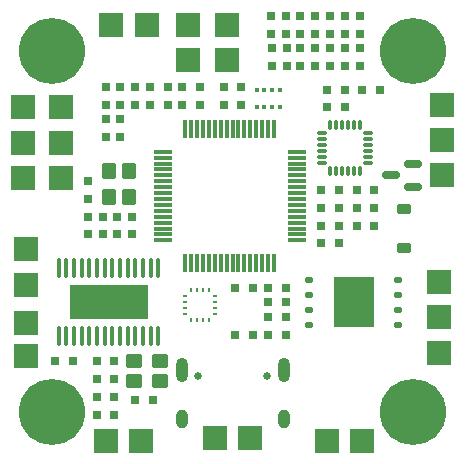
<source format=gbr>
%TF.GenerationSoftware,KiCad,Pcbnew,9.0.7*%
%TF.CreationDate,2026-01-24T01:10:01+08:00*%
%TF.ProjectId,zero star-rounded,7a65726f-2073-4746-9172-2d726f756e64,rev?*%
%TF.SameCoordinates,Original*%
%TF.FileFunction,Soldermask,Top*%
%TF.FilePolarity,Negative*%
%FSLAX46Y46*%
G04 Gerber Fmt 4.6, Leading zero omitted, Abs format (unit mm)*
G04 Created by KiCad (PCBNEW 9.0.7) date 2026-01-24 01:10:01*
%MOMM*%
%LPD*%
G01*
G04 APERTURE LIST*
G04 Aperture macros list*
%AMRoundRect*
0 Rectangle with rounded corners*
0 $1 Rounding radius*
0 $2 $3 $4 $5 $6 $7 $8 $9 X,Y pos of 4 corners*
0 Add a 4 corners polygon primitive as box body*
4,1,4,$2,$3,$4,$5,$6,$7,$8,$9,$2,$3,0*
0 Add four circle primitives for the rounded corners*
1,1,$1+$1,$2,$3*
1,1,$1+$1,$4,$5*
1,1,$1+$1,$6,$7*
1,1,$1+$1,$8,$9*
0 Add four rect primitives between the rounded corners*
20,1,$1+$1,$2,$3,$4,$5,0*
20,1,$1+$1,$4,$5,$6,$7,0*
20,1,$1+$1,$6,$7,$8,$9,0*
20,1,$1+$1,$8,$9,$2,$3,0*%
G04 Aperture macros list end*
%ADD10R,0.800000X0.800000*%
%ADD11R,2.000000X2.000000*%
%ADD12C,5.600000*%
%ADD13R,0.250000X0.450000*%
%ADD14R,0.450000X0.250000*%
%ADD15RoundRect,0.075000X-0.700000X-0.075000X0.700000X-0.075000X0.700000X0.075000X-0.700000X0.075000X0*%
%ADD16RoundRect,0.075000X-0.075000X-0.700000X0.075000X-0.700000X0.075000X0.700000X-0.075000X0.700000X0*%
%ADD17RoundRect,0.125000X-0.200000X-0.125000X0.200000X-0.125000X0.200000X0.125000X-0.200000X0.125000X0*%
%ADD18R,3.400000X4.300000*%
%ADD19RoundRect,0.075000X-0.350000X-0.075000X0.350000X-0.075000X0.350000X0.075000X-0.350000X0.075000X0*%
%ADD20RoundRect,0.075000X0.075000X-0.350000X0.075000X0.350000X-0.075000X0.350000X-0.075000X-0.350000X0*%
%ADD21RoundRect,0.250000X0.350000X-0.450000X0.350000X0.450000X-0.350000X0.450000X-0.350000X-0.450000X0*%
%ADD22RoundRect,0.150000X0.587500X0.150000X-0.587500X0.150000X-0.587500X-0.150000X0.587500X-0.150000X0*%
%ADD23R,0.450000X0.450000*%
%ADD24RoundRect,0.225000X0.375000X-0.225000X0.375000X0.225000X-0.375000X0.225000X-0.375000X-0.225000X0*%
%ADD25O,0.340000X1.730000*%
%ADD26R,6.700000X2.900000*%
%ADD27RoundRect,0.250000X-0.450000X-0.350000X0.450000X-0.350000X0.450000X0.350000X-0.450000X0.350000X0*%
%ADD28C,0.650000*%
%ADD29O,1.000000X1.600000*%
%ADD30O,1.000000X2.100000*%
%ADD31C,0.800000*%
G04 APERTURE END LIST*
D10*
%TO.C,C2*%
X199500000Y-88000000D03*
X201000000Y-88000000D03*
%TD*%
%TO.C,R1*%
X185000000Y-76250000D03*
X186500000Y-76250000D03*
%TD*%
%TO.C,C44*%
X182500000Y-74750000D03*
X182500000Y-76250000D03*
%TD*%
D11*
%TO.C,J32*%
X209750000Y-79250000D03*
%TD*%
%TO.C,J25*%
X174250000Y-82500000D03*
%TD*%
D10*
%TO.C,C10*%
X183500000Y-85750000D03*
X183500000Y-87250000D03*
%TD*%
%TO.C,D1*%
X202750000Y-70250000D03*
X202750000Y-68750000D03*
%TD*%
D11*
%TO.C,J10*%
X174500000Y-97500000D03*
%TD*%
D12*
%TO.C,REF\u002A\u002A*%
X176750000Y-102250000D03*
%TD*%
D10*
%TO.C,R24*%
X181250000Y-79000000D03*
X181250000Y-77500000D03*
%TD*%
D11*
%TO.C,J7*%
X188250000Y-72500000D03*
%TD*%
%TO.C,J13*%
X174500000Y-91500000D03*
%TD*%
D10*
%TO.C,C36*%
X183750000Y-101250000D03*
X185250000Y-101250000D03*
%TD*%
D11*
%TO.C,J21*%
X181750000Y-69500000D03*
%TD*%
D10*
%TO.C,C41*%
X179750000Y-84250000D03*
X179750000Y-82750000D03*
%TD*%
%TO.C,C8*%
X185000000Y-74750000D03*
X186500000Y-74750000D03*
%TD*%
%TO.C,C42*%
X180500000Y-101000000D03*
X182000000Y-101000000D03*
%TD*%
%TO.C,D8*%
X201500000Y-68750000D03*
X201500000Y-70250000D03*
%TD*%
D13*
%TO.C,U7*%
X190010000Y-91990000D03*
X189510000Y-91990000D03*
X189010000Y-91990000D03*
X188510000Y-91990000D03*
D14*
X188000000Y-92500000D03*
X188000000Y-93000000D03*
X188000000Y-93500000D03*
X188000000Y-94000000D03*
D13*
X188510000Y-94510000D03*
X189010000Y-94510000D03*
X189510000Y-94510000D03*
X190010000Y-94510000D03*
D14*
X190520000Y-94000000D03*
X190520000Y-93500000D03*
X190520000Y-93000000D03*
X190520000Y-92500000D03*
%TD*%
D10*
%TO.C,R29*%
X197750000Y-71500000D03*
X197750000Y-73000000D03*
%TD*%
%TO.C,R23*%
X202500000Y-86500000D03*
X204000000Y-86500000D03*
%TD*%
%TO.C,C28*%
X191250000Y-74750000D03*
X192750000Y-74750000D03*
%TD*%
D15*
%TO.C,U1*%
X186075000Y-80250000D03*
X186075000Y-80750000D03*
X186075000Y-81250000D03*
X186075000Y-81750000D03*
X186075000Y-82250000D03*
X186075000Y-82750000D03*
X186075000Y-83250000D03*
X186075000Y-83750000D03*
X186075000Y-84250000D03*
X186075000Y-84750000D03*
X186075000Y-85250000D03*
X186075000Y-85750000D03*
X186075000Y-86250000D03*
X186075000Y-86750000D03*
X186075000Y-87250000D03*
X186075000Y-87750000D03*
D16*
X188000000Y-89675000D03*
X188500000Y-89675000D03*
X189000000Y-89675000D03*
X189500000Y-89675000D03*
X190000000Y-89675000D03*
X190500000Y-89675000D03*
X191000000Y-89675000D03*
X191500000Y-89675000D03*
X192000000Y-89675000D03*
X192500000Y-89675000D03*
X193000000Y-89675000D03*
X193500000Y-89675000D03*
X194000000Y-89675000D03*
X194500000Y-89675000D03*
X195000000Y-89675000D03*
X195500000Y-89675000D03*
D15*
X197425000Y-87750000D03*
X197425000Y-87250000D03*
X197425000Y-86750000D03*
X197425000Y-86250000D03*
X197425000Y-85750000D03*
X197425000Y-85250000D03*
X197425000Y-84750000D03*
X197425000Y-84250000D03*
X197425000Y-83750000D03*
X197425000Y-83250000D03*
X197425000Y-82750000D03*
X197425000Y-82250000D03*
X197425000Y-81750000D03*
X197425000Y-81250000D03*
X197425000Y-80750000D03*
X197425000Y-80250000D03*
D16*
X195500000Y-78325000D03*
X195000000Y-78325000D03*
X194500000Y-78325000D03*
X194000000Y-78325000D03*
X193500000Y-78325000D03*
X193000000Y-78325000D03*
X192500000Y-78325000D03*
X192000000Y-78325000D03*
X191500000Y-78325000D03*
X191000000Y-78325000D03*
X190500000Y-78325000D03*
X190000000Y-78325000D03*
X189500000Y-78325000D03*
X189000000Y-78325000D03*
X188500000Y-78325000D03*
X188000000Y-78325000D03*
%TD*%
D11*
%TO.C,J26*%
X174250000Y-79500000D03*
%TD*%
D12*
%TO.C,REF\u002A\u002A*%
X176750000Y-71750000D03*
%TD*%
D10*
%TO.C,C24*%
X202503623Y-83464862D03*
X204003623Y-83464862D03*
%TD*%
D11*
%TO.C,J12*%
X174500000Y-88500000D03*
%TD*%
%TO.C,J8*%
X191500000Y-72500000D03*
%TD*%
%TO.C,J11*%
X188250000Y-69500000D03*
%TD*%
D10*
%TO.C,D5*%
X196500000Y-68750000D03*
X196500000Y-70250000D03*
%TD*%
%TO.C,C31*%
X196500000Y-93000000D03*
X195000000Y-93000000D03*
%TD*%
%TO.C,C37*%
X180500000Y-102500000D03*
X182000000Y-102500000D03*
%TD*%
%TO.C,C19*%
X192250000Y-95750000D03*
X193750000Y-95750000D03*
%TD*%
D17*
%TO.C,U8*%
X198500000Y-91095000D03*
X198500000Y-92365000D03*
X198500000Y-93635000D03*
X198500000Y-94905000D03*
X206000000Y-94905000D03*
X206000000Y-93635000D03*
X206000000Y-92365000D03*
X206000000Y-91095000D03*
D18*
X202250000Y-93000000D03*
%TD*%
D10*
%TO.C,C34*%
X195000000Y-94250000D03*
X196500000Y-94250000D03*
%TD*%
%TO.C,C21*%
X196500000Y-95750000D03*
X195000000Y-95750000D03*
%TD*%
D19*
%TO.C,U6*%
X199550000Y-78700000D03*
X199550000Y-79200000D03*
X199550000Y-79700000D03*
X199550000Y-80200000D03*
X199550000Y-80700000D03*
X199550000Y-81200000D03*
D20*
X200250000Y-81900000D03*
X200750000Y-81900000D03*
X201250000Y-81900000D03*
X201750000Y-81900000D03*
X202250000Y-81900000D03*
X202750000Y-81900000D03*
D19*
X203450000Y-81200000D03*
X203450000Y-80700000D03*
X203450000Y-80200000D03*
X203450000Y-79700000D03*
X203450000Y-79200000D03*
X203450000Y-78700000D03*
D20*
X202750000Y-78000000D03*
X202250000Y-78000000D03*
X201750000Y-78000000D03*
X201250000Y-78000000D03*
X200750000Y-78000000D03*
X200250000Y-78000000D03*
%TD*%
D21*
%TO.C,Y1*%
X183200000Y-84100000D03*
X183200000Y-81900000D03*
X181500000Y-81900000D03*
X181500000Y-84100000D03*
%TD*%
D10*
%TO.C,D6*%
X195250000Y-70250000D03*
X195250000Y-68750000D03*
%TD*%
%TO.C,C7*%
X195000000Y-91750000D03*
X196500000Y-91750000D03*
%TD*%
%TO.C,R28*%
X199000000Y-71500000D03*
X199000000Y-73000000D03*
%TD*%
D11*
%TO.C,J29*%
X193500000Y-104500000D03*
%TD*%
%TO.C,J299*%
X203000000Y-104750000D03*
%TD*%
%TO.C,J2*%
X191500000Y-69500000D03*
%TD*%
%TO.C,J20*%
X184750000Y-69500000D03*
%TD*%
D10*
%TO.C,R15*%
X200000000Y-76500000D03*
X201500000Y-76500000D03*
%TD*%
D12*
%TO.C,REF\u002A\u002A*%
X207250000Y-71750000D03*
%TD*%
D11*
%TO.C,J17*%
X209750000Y-82250000D03*
%TD*%
%TO.C,J28*%
X181250000Y-104750000D03*
%TD*%
D10*
%TO.C,R27*%
X200250000Y-71500000D03*
X200250000Y-73000000D03*
%TD*%
%TO.C,R21*%
X196580000Y-71500000D03*
X196580000Y-73000000D03*
%TD*%
%TO.C,C40*%
X180500000Y-99500000D03*
X182000000Y-99500000D03*
%TD*%
D11*
%TO.C,J16*%
X177500000Y-82500000D03*
%TD*%
D10*
%TO.C,D9*%
X200250000Y-70250000D03*
X200250000Y-68750000D03*
%TD*%
D11*
%TO.C,BZ+1*%
X209500000Y-94250000D03*
%TD*%
D22*
%TO.C,Q1*%
X207250000Y-83200000D03*
X207250000Y-81300000D03*
X205375000Y-82250000D03*
%TD*%
D10*
%TO.C,C39*%
X180500000Y-98000000D03*
X182000000Y-98000000D03*
%TD*%
D23*
%TO.C,U5*%
X196000000Y-76440000D03*
X195340000Y-76440000D03*
X194700000Y-76440000D03*
X194040000Y-76440000D03*
X194040000Y-75000000D03*
X194700000Y-75000000D03*
X195340000Y-75000000D03*
X196000000Y-75000000D03*
%TD*%
D24*
%TO.C,D7*%
X206500000Y-88400000D03*
X206500000Y-85100000D03*
%TD*%
D10*
%TO.C,R22*%
X195330000Y-73000000D03*
X195330000Y-71500000D03*
%TD*%
%TO.C,C12*%
X187750000Y-74750000D03*
X189250000Y-74750000D03*
%TD*%
D25*
%TO.C,U9*%
X185730000Y-90130000D03*
X185080000Y-90130000D03*
X184430000Y-90130000D03*
X183780000Y-90130000D03*
X183130000Y-90130000D03*
X182480000Y-90130000D03*
X181820000Y-90130000D03*
X181170000Y-90130000D03*
X180520000Y-90130000D03*
X179870000Y-90130000D03*
X179220000Y-90130000D03*
X178570000Y-90130000D03*
X177920000Y-90130000D03*
X177270000Y-90130000D03*
X177270000Y-95870000D03*
X177920000Y-95870000D03*
X178570000Y-95870000D03*
X179220000Y-95870000D03*
X179870000Y-95870000D03*
X180520000Y-95870000D03*
X181170000Y-95870000D03*
X181820000Y-95870000D03*
X182480000Y-95870000D03*
X183130000Y-95870000D03*
X183780000Y-95870000D03*
X184430000Y-95870000D03*
X185080000Y-95870000D03*
X185730000Y-95870000D03*
D26*
X181500000Y-93000000D03*
%TD*%
D11*
%TO.C,J31*%
X200000000Y-104750000D03*
%TD*%
D12*
%TO.C,REF\u002A\u002A*%
X207250000Y-102250000D03*
%TD*%
D11*
%TO.C,J15*%
X177500000Y-76500000D03*
%TD*%
D10*
%TO.C,C25*%
X203000000Y-75000000D03*
X204500000Y-75000000D03*
%TD*%
%TO.C,C26*%
X201000000Y-85000000D03*
X199500000Y-85000000D03*
%TD*%
%TO.C,R31*%
X183750000Y-76250000D03*
X183750000Y-74750000D03*
%TD*%
D27*
%TO.C,Y2*%
X183650000Y-99700000D03*
X185850000Y-99700000D03*
X185850000Y-98000000D03*
X183650000Y-98000000D03*
%TD*%
D10*
%TO.C,C4*%
X192250000Y-91750000D03*
X193750000Y-91750000D03*
%TD*%
D11*
%TO.C,J18*%
X209500000Y-97250000D03*
%TD*%
D10*
%TO.C,R16*%
X182500000Y-77500000D03*
X182500000Y-79000000D03*
%TD*%
%TO.C,D10*%
X199000000Y-68750000D03*
X199000000Y-70250000D03*
%TD*%
%TO.C,D11*%
X197750000Y-70250000D03*
X197750000Y-68750000D03*
%TD*%
%TO.C,C3*%
X199500000Y-86500000D03*
X201000000Y-86500000D03*
%TD*%
%TO.C,R19*%
X179750000Y-87250000D03*
X179750000Y-85750000D03*
%TD*%
%TO.C,R14*%
X200000000Y-75000000D03*
X201500000Y-75000000D03*
%TD*%
D11*
%TO.C,J33*%
X174250000Y-76500000D03*
%TD*%
%TO.C,J9*%
X177500000Y-79500000D03*
%TD*%
D10*
%TO.C,R2*%
X202750000Y-71500000D03*
X202750000Y-73000000D03*
%TD*%
%TO.C,C11*%
X182250000Y-85750000D03*
X182250000Y-87250000D03*
%TD*%
%TO.C,C6*%
X199500000Y-83453299D03*
X201000000Y-83453299D03*
%TD*%
D11*
%TO.C,J14*%
X174500000Y-94750000D03*
%TD*%
%TO.C,J19*%
X190500000Y-104500000D03*
%TD*%
D10*
%TO.C,C38*%
X177000000Y-98000000D03*
X178500000Y-98000000D03*
%TD*%
D11*
%TO.C,J30*%
X209750000Y-76250000D03*
%TD*%
%TO.C,J27*%
X184250000Y-104750000D03*
%TD*%
D10*
%TO.C,C27*%
X204003623Y-85000000D03*
X202503623Y-85000000D03*
%TD*%
%TO.C,C1*%
X187750000Y-76250000D03*
X189250000Y-76250000D03*
%TD*%
D11*
%TO.C,J24*%
X209500000Y-91250000D03*
%TD*%
D10*
%TO.C,R25*%
X181250000Y-76250000D03*
X181250000Y-74750000D03*
%TD*%
%TO.C,R20*%
X181000000Y-85750000D03*
X181000000Y-87250000D03*
%TD*%
%TO.C,C29*%
X191250000Y-76270000D03*
X192750000Y-76270000D03*
%TD*%
%TO.C,R26*%
X201500000Y-71500000D03*
X201500000Y-73000000D03*
%TD*%
D28*
%TO.C,J1*%
X194890000Y-99250000D03*
X189110000Y-99250000D03*
D29*
X196320000Y-102900000D03*
D30*
X196320000Y-98720000D03*
D29*
X187680000Y-102900000D03*
D30*
X187680000Y-98720000D03*
%TD*%
D31*
%TO.C,SW1*%
X174000000Y-76000000D03*
%TD*%
M02*

</source>
